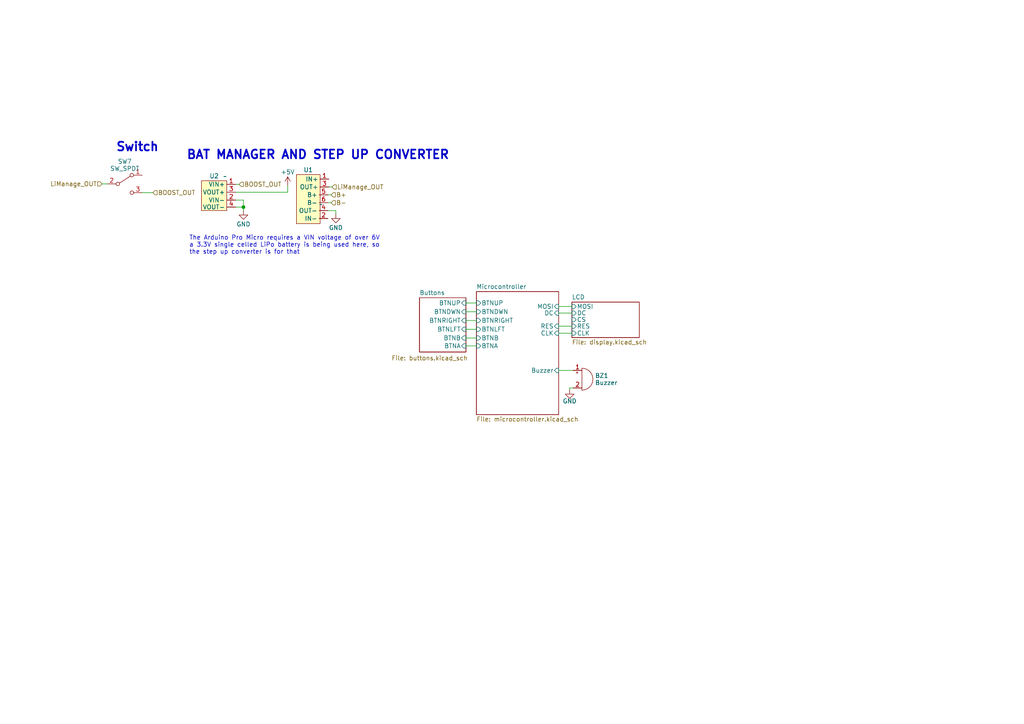
<source format=kicad_sch>
(kicad_sch (version 20230121) (generator eeschema)

  (uuid 9927462b-ab56-47d0-82d8-2b3054965792)

  (paper "A4")

  (lib_symbols
    (symbol "Device:Buzzer" (pin_names (offset 0.0254) hide) (in_bom yes) (on_board yes)
      (property "Reference" "BZ" (at 3.81 1.27 0)
        (effects (font (size 1.27 1.27)) (justify left))
      )
      (property "Value" "Buzzer" (at 3.81 -1.27 0)
        (effects (font (size 1.27 1.27)) (justify left))
      )
      (property "Footprint" "" (at -0.635 2.54 90)
        (effects (font (size 1.27 1.27)) hide)
      )
      (property "Datasheet" "~" (at -0.635 2.54 90)
        (effects (font (size 1.27 1.27)) hide)
      )
      (property "ki_keywords" "quartz resonator ceramic" (at 0 0 0)
        (effects (font (size 1.27 1.27)) hide)
      )
      (property "ki_description" "Buzzer, polarized" (at 0 0 0)
        (effects (font (size 1.27 1.27)) hide)
      )
      (property "ki_fp_filters" "*Buzzer*" (at 0 0 0)
        (effects (font (size 1.27 1.27)) hide)
      )
      (symbol "Buzzer_0_1"
        (arc (start 0 -3.175) (mid 3.1612 0) (end 0 3.175)
          (stroke (width 0) (type default))
          (fill (type none))
        )
        (polyline
          (pts
            (xy -1.651 1.905)
            (xy -1.143 1.905)
          )
          (stroke (width 0) (type default))
          (fill (type none))
        )
        (polyline
          (pts
            (xy -1.397 2.159)
            (xy -1.397 1.651)
          )
          (stroke (width 0) (type default))
          (fill (type none))
        )
        (polyline
          (pts
            (xy 0 3.175)
            (xy 0 -3.175)
          )
          (stroke (width 0) (type default))
          (fill (type none))
        )
      )
      (symbol "Buzzer_1_1"
        (pin passive line (at -2.54 2.54 0) (length 2.54)
          (name "-" (effects (font (size 1.27 1.27))))
          (number "1" (effects (font (size 1.27 1.27))))
        )
        (pin passive line (at -2.54 -2.54 0) (length 2.54)
          (name "+" (effects (font (size 1.27 1.27))))
          (number "2" (effects (font (size 1.27 1.27))))
        )
      )
    )
    (symbol "GameBoyArduino:MT3608" (in_bom yes) (on_board yes)
      (property "Reference" "U" (at 0 0 0)
        (effects (font (size 1.27 1.27)))
      )
      (property "Value" "" (at 0 0 0)
        (effects (font (size 1.27 1.27)))
      )
      (property "Footprint" "" (at 0 0 0)
        (effects (font (size 1.27 1.27)) hide)
      )
      (property "Datasheet" "" (at 0 0 0)
        (effects (font (size 1.27 1.27)) hide)
      )
      (symbol "MT3608_1_1"
        (rectangle (start -6.858 -1.27) (end 0.508 -9.906)
          (stroke (width 0) (type default))
          (fill (type background))
        )
        (pin input line (at 3.048 -2.286 180) (length 2.54)
          (name "VIN+" (effects (font (size 1.27 1.27))))
          (number "1" (effects (font (size 1.27 1.27))))
        )
        (pin input line (at 3.048 -6.858 180) (length 2.54)
          (name "VIN-" (effects (font (size 1.27 1.27))))
          (number "2" (effects (font (size 1.27 1.27))))
        )
        (pin input line (at 3.048 -4.572 180) (length 2.54)
          (name "VOUT+" (effects (font (size 1.27 1.27))))
          (number "3" (effects (font (size 1.27 1.27))))
        )
        (pin input line (at 3.048 -8.89 180) (length 2.54)
          (name "VOUT-" (effects (font (size 1.27 1.27))))
          (number "4" (effects (font (size 1.27 1.27))))
        )
      )
    )
    (symbol "GameBoyArduino:TP4056" (in_bom yes) (on_board yes)
      (property "Reference" "U" (at -3.048 10.668 0)
        (effects (font (size 1.27 1.27)))
      )
      (property "Value" "" (at 0 0 0)
        (effects (font (size 1.27 1.27)))
      )
      (property "Footprint" "" (at 0 0 0)
        (effects (font (size 1.27 1.27)) hide)
      )
      (property "Datasheet" "" (at 0 0 0)
        (effects (font (size 1.27 1.27)) hide)
      )
      (symbol "TP4056_1_1"
        (rectangle (start -7.112 8.636) (end -0.254 -5.588)
          (stroke (width 0) (type default))
          (fill (type background))
        )
        (pin input line (at 2.286 7.366 180) (length 2.54)
          (name "IN+" (effects (font (size 1.27 1.27))))
          (number "1" (effects (font (size 1.27 1.27))))
        )
        (pin input line (at 2.032 -4.064 180) (length 2.54)
          (name "IN-" (effects (font (size 1.27 1.27))))
          (number "2" (effects (font (size 1.27 1.27))))
        )
        (pin input line (at 2.286 5.08 180) (length 2.54)
          (name "OUT+" (effects (font (size 1.27 1.27))))
          (number "3" (effects (font (size 1.27 1.27))))
        )
        (pin input line (at 2.032 -1.778 180) (length 2.54)
          (name "OUT-" (effects (font (size 1.27 1.27))))
          (number "4" (effects (font (size 1.27 1.27))))
        )
        (pin input line (at 2.032 2.794 180) (length 2.54)
          (name "B+" (effects (font (size 1.27 1.27))))
          (number "5" (effects (font (size 1.27 1.27))))
        )
        (pin input line (at 2.032 0.508 180) (length 2.54)
          (name "B-" (effects (font (size 1.27 1.27))))
          (number "6" (effects (font (size 1.27 1.27))))
        )
      )
    )
    (symbol "Switch:SW_SPDT" (pin_names (offset 0) hide) (in_bom yes) (on_board yes)
      (property "Reference" "SW" (at 0 4.318 0)
        (effects (font (size 1.27 1.27)))
      )
      (property "Value" "SW_SPDT" (at 0 -5.08 0)
        (effects (font (size 1.27 1.27)))
      )
      (property "Footprint" "" (at 0 0 0)
        (effects (font (size 1.27 1.27)) hide)
      )
      (property "Datasheet" "~" (at 0 0 0)
        (effects (font (size 1.27 1.27)) hide)
      )
      (property "ki_keywords" "switch single-pole double-throw spdt ON-ON" (at 0 0 0)
        (effects (font (size 1.27 1.27)) hide)
      )
      (property "ki_description" "Switch, single pole double throw" (at 0 0 0)
        (effects (font (size 1.27 1.27)) hide)
      )
      (symbol "SW_SPDT_0_0"
        (circle (center -2.032 0) (radius 0.508)
          (stroke (width 0) (type default))
          (fill (type none))
        )
        (circle (center 2.032 -2.54) (radius 0.508)
          (stroke (width 0) (type default))
          (fill (type none))
        )
      )
      (symbol "SW_SPDT_0_1"
        (polyline
          (pts
            (xy -1.524 0.254)
            (xy 1.651 2.286)
          )
          (stroke (width 0) (type default))
          (fill (type none))
        )
        (circle (center 2.032 2.54) (radius 0.508)
          (stroke (width 0) (type default))
          (fill (type none))
        )
      )
      (symbol "SW_SPDT_1_1"
        (pin passive line (at 5.08 2.54 180) (length 2.54)
          (name "A" (effects (font (size 1.27 1.27))))
          (number "1" (effects (font (size 1.27 1.27))))
        )
        (pin passive line (at -5.08 0 0) (length 2.54)
          (name "B" (effects (font (size 1.27 1.27))))
          (number "2" (effects (font (size 1.27 1.27))))
        )
        (pin passive line (at 5.08 -2.54 180) (length 2.54)
          (name "C" (effects (font (size 1.27 1.27))))
          (number "3" (effects (font (size 1.27 1.27))))
        )
      )
    )
    (symbol "power:+5V" (power) (pin_names (offset 0)) (in_bom yes) (on_board yes)
      (property "Reference" "#PWR" (at 0 -3.81 0)
        (effects (font (size 1.27 1.27)) hide)
      )
      (property "Value" "+5V" (at 0 3.556 0)
        (effects (font (size 1.27 1.27)))
      )
      (property "Footprint" "" (at 0 0 0)
        (effects (font (size 1.27 1.27)) hide)
      )
      (property "Datasheet" "" (at 0 0 0)
        (effects (font (size 1.27 1.27)) hide)
      )
      (property "ki_keywords" "global power" (at 0 0 0)
        (effects (font (size 1.27 1.27)) hide)
      )
      (property "ki_description" "Power symbol creates a global label with name \"+5V\"" (at 0 0 0)
        (effects (font (size 1.27 1.27)) hide)
      )
      (symbol "+5V_0_1"
        (polyline
          (pts
            (xy -0.762 1.27)
            (xy 0 2.54)
          )
          (stroke (width 0) (type default))
          (fill (type none))
        )
        (polyline
          (pts
            (xy 0 0)
            (xy 0 2.54)
          )
          (stroke (width 0) (type default))
          (fill (type none))
        )
        (polyline
          (pts
            (xy 0 2.54)
            (xy 0.762 1.27)
          )
          (stroke (width 0) (type default))
          (fill (type none))
        )
      )
      (symbol "+5V_1_1"
        (pin power_in line (at 0 0 90) (length 0) hide
          (name "+5V" (effects (font (size 1.27 1.27))))
          (number "1" (effects (font (size 1.27 1.27))))
        )
      )
    )
    (symbol "power:GND" (power) (pin_names (offset 0)) (in_bom yes) (on_board yes)
      (property "Reference" "#PWR" (at 0 -6.35 0)
        (effects (font (size 1.27 1.27)) hide)
      )
      (property "Value" "GND" (at 0 -3.81 0)
        (effects (font (size 1.27 1.27)))
      )
      (property "Footprint" "" (at 0 0 0)
        (effects (font (size 1.27 1.27)) hide)
      )
      (property "Datasheet" "" (at 0 0 0)
        (effects (font (size 1.27 1.27)) hide)
      )
      (property "ki_keywords" "global power" (at 0 0 0)
        (effects (font (size 1.27 1.27)) hide)
      )
      (property "ki_description" "Power symbol creates a global label with name \"GND\" , ground" (at 0 0 0)
        (effects (font (size 1.27 1.27)) hide)
      )
      (symbol "GND_0_1"
        (polyline
          (pts
            (xy 0 0)
            (xy 0 -1.27)
            (xy 1.27 -1.27)
            (xy 0 -2.54)
            (xy -1.27 -1.27)
            (xy 0 -1.27)
          )
          (stroke (width 0) (type default))
          (fill (type none))
        )
      )
      (symbol "GND_1_1"
        (pin power_in line (at 0 0 270) (length 0) hide
          (name "GND" (effects (font (size 1.27 1.27))))
          (number "1" (effects (font (size 1.27 1.27))))
        )
      )
    )
  )

  (junction (at 70.612 60.071) (diameter 0) (color 0 0 0 0)
    (uuid 3c767b1e-0316-4349-bdc8-5451208d6598)
  )

  (wire (pts (xy 95.123 58.801) (xy 96.012 58.801))
    (stroke (width 0) (type default))
    (uuid 11a64386-0780-437b-8b64-8715a1a221e4)
  )
  (wire (pts (xy 83.439 55.753) (xy 68.326 55.753))
    (stroke (width 0) (type default))
    (uuid 16eea765-0cd1-4f7a-b973-7e7e3c10e2d9)
  )
  (wire (pts (xy 162.052 107.442) (xy 166.243 107.442))
    (stroke (width 0) (type default))
    (uuid 2273c9dd-7c59-44b2-89fb-e7bbc517b8aa)
  )
  (wire (pts (xy 31.115 53.34) (xy 29.591 53.34))
    (stroke (width 0) (type default))
    (uuid 24710857-2d62-4a4e-a8e6-46a00aedbbe9)
  )
  (wire (pts (xy 162.052 96.647) (xy 165.862 96.647))
    (stroke (width 0) (type default))
    (uuid 26478337-c004-4d03-a2d2-3f4af07e6a19)
  )
  (wire (pts (xy 70.612 58.039) (xy 68.326 58.039))
    (stroke (width 0) (type default))
    (uuid 289bb592-4b8f-4c69-bc46-8ea70419173a)
  )
  (wire (pts (xy 97.409 62.103) (xy 97.409 61.087))
    (stroke (width 0) (type default))
    (uuid 2e5c40b7-6217-4040-ad10-be2f9e2951bf)
  )
  (wire (pts (xy 70.612 60.071) (xy 68.326 60.071))
    (stroke (width 0) (type default))
    (uuid 3febc9d5-028d-4c36-b06d-4c9c7c75685f)
  )
  (wire (pts (xy 70.612 61.087) (xy 70.612 60.071))
    (stroke (width 0) (type default))
    (uuid 41d5d262-99df-4707-8499-a27e52050faf)
  )
  (wire (pts (xy 162.052 94.615) (xy 165.862 94.615))
    (stroke (width 0) (type default))
    (uuid 427e0101-e6ed-4d5b-ac11-262184f333d1)
  )
  (wire (pts (xy 165.227 112.522) (xy 166.243 112.522))
    (stroke (width 0) (type default))
    (uuid 4413b979-07db-48eb-ab54-9e9098977875)
  )
  (wire (pts (xy 135.128 95.504) (xy 138.176 95.504))
    (stroke (width 0) (type default))
    (uuid 56721812-2032-4426-8ee2-7db6a4d619b6)
  )
  (wire (pts (xy 135.128 98.044) (xy 138.176 98.044))
    (stroke (width 0) (type default))
    (uuid 76720e2d-f544-4f85-bb8d-31025f850cba)
  )
  (wire (pts (xy 165.227 113.03) (xy 165.227 112.522))
    (stroke (width 0) (type default))
    (uuid 8438110a-e40d-4942-86c9-a4ee20f35793)
  )
  (wire (pts (xy 135.128 90.424) (xy 138.176 90.424))
    (stroke (width 0) (type default))
    (uuid 84b4279c-dd4d-4ca5-bf35-4fc4f8affe81)
  )
  (wire (pts (xy 68.326 53.467) (xy 69.342 53.467))
    (stroke (width 0) (type default))
    (uuid 8660d6ae-ddcf-4b7d-bc6c-1bfe10607008)
  )
  (wire (pts (xy 135.128 100.33) (xy 138.176 100.33))
    (stroke (width 0) (type default))
    (uuid 8f003b98-c197-48bc-b8c6-0d7973f74d0e)
  )
  (wire (pts (xy 70.612 60.071) (xy 70.612 58.039))
    (stroke (width 0) (type default))
    (uuid 8f55c46e-c3b4-4de4-a77e-682a3edb138a)
  )
  (wire (pts (xy 95.377 54.229) (xy 96.266 54.229))
    (stroke (width 0) (type default))
    (uuid a43239ed-5fd2-41dd-8801-05ce28562637)
  )
  (wire (pts (xy 135.128 87.884) (xy 138.176 87.884))
    (stroke (width 0) (type default))
    (uuid b855ed73-2611-44d3-8d7e-7c8a7575359f)
  )
  (wire (pts (xy 44.323 55.88) (xy 41.275 55.88))
    (stroke (width 0) (type default))
    (uuid ba193115-e98c-4bb6-854d-732651c91275)
  )
  (wire (pts (xy 97.409 61.087) (xy 95.123 61.087))
    (stroke (width 0) (type default))
    (uuid be2759e3-cdf5-4685-a8fa-3f0ed32083d3)
  )
  (wire (pts (xy 135.128 92.964) (xy 138.176 92.964))
    (stroke (width 0) (type default))
    (uuid c9339680-39e1-4572-b0aa-086831725bc9)
  )
  (wire (pts (xy 162.052 88.9) (xy 165.862 88.9))
    (stroke (width 0) (type default))
    (uuid d05226db-ca01-425c-bdf2-b70a79266509)
  )
  (wire (pts (xy 83.439 53.848) (xy 83.439 55.753))
    (stroke (width 0) (type default))
    (uuid df21c654-cb00-43df-bcdb-123e35818d31)
  )
  (wire (pts (xy 95.123 56.515) (xy 96.012 56.515))
    (stroke (width 0) (type default))
    (uuid e1c81d68-22bc-4ef5-b45e-0165c6b924dd)
  )
  (wire (pts (xy 162.052 90.805) (xy 165.862 90.805))
    (stroke (width 0) (type default))
    (uuid ffefe713-8705-4164-9dac-0b0f4f2dc0c4)
  )

  (text "Switch" (at 33.528 44.196 0)
    (effects (font (size 2.5 2.5) (thickness 0.5) bold) (justify left bottom))
    (uuid 812a87d9-5e14-4e74-847c-b55a0e70a398)
  )
  (text "The Arduino Pro Micro requires a VIN voltage of over 6V\na 3.3V single celled LiPo battery is being used here, so\nthe step up converter is for that"
    (at 54.864 73.914 0)
    (effects (font (size 1.27 1.27)) (justify left bottom))
    (uuid 9a4b0e9c-c301-4294-9491-b1678bb74a2d)
  )
  (text "BAT MANAGER AND STEP UP CONVERTER\n" (at 53.975 46.482 0)
    (effects (font (size 2.5 2.5) (thickness 0.5) bold) (justify left bottom))
    (uuid db9ab692-bfb3-40bc-b7a7-430883e49ab3)
  )

  (hierarchical_label "LiManage_OUT" (shape input) (at 96.266 54.229 0) (fields_autoplaced)
    (effects (font (size 1.27 1.27)) (justify left))
    (uuid 5a052de5-4bfd-4fe1-a315-ab4880fcd7ba)
  )
  (hierarchical_label "BOOST_OUT" (shape input) (at 69.342 53.467 0) (fields_autoplaced)
    (effects (font (size 1.27 1.27)) (justify left))
    (uuid 5e8ade7c-4934-4778-a8ae-cdf96600f8d4)
  )
  (hierarchical_label "BOOST_OUT" (shape input) (at 44.323 55.88 0) (fields_autoplaced)
    (effects (font (size 1.27 1.27)) (justify left))
    (uuid 6dd77f18-3f4d-446a-859b-b87b4bd8032a)
  )
  (hierarchical_label "B-" (shape input) (at 96.012 58.801 0) (fields_autoplaced)
    (effects (font (size 1.27 1.27)) (justify left))
    (uuid 7388faee-09bd-4da2-a28f-1a04d1532586)
  )
  (hierarchical_label "B+" (shape input) (at 96.012 56.515 0) (fields_autoplaced)
    (effects (font (size 1.27 1.27)) (justify left))
    (uuid 9dffa801-052b-4bd8-b8af-83e1ee14e4b6)
  )
  (hierarchical_label "LiManage_OUT" (shape input) (at 29.591 53.34 180) (fields_autoplaced)
    (effects (font (size 1.27 1.27)) (justify right))
    (uuid bf915126-8a6a-4744-83af-a779d60791d0)
  )

  (symbol (lib_id "Switch:SW_SPDT") (at 36.195 53.34 0) (unit 1)
    (in_bom yes) (on_board yes) (dnp no) (fields_autoplaced)
    (uuid 155bffc3-2711-430e-848b-40c778393266)
    (property "Reference" "SW7" (at 36.195 46.839 0)
      (effects (font (size 1.27 1.27)))
    )
    (property "Value" "SW_SPDT" (at 36.195 48.887 0)
      (effects (font (size 1.27 1.27)))
    )
    (property "Footprint" "ArduinoGameboy:SW_MINI-SPDT-SW" (at 36.195 53.34 0)
      (effects (font (size 1.27 1.27)) hide)
    )
    (property "Datasheet" "~" (at 36.195 53.34 0)
      (effects (font (size 1.27 1.27)) hide)
    )
    (pin "1" (uuid 1f1b8a3c-ca8f-45b5-be05-6061333517fb))
    (pin "2" (uuid 85f690f8-034a-42a4-b6de-de2684f01012))
    (pin "3" (uuid 04106602-8a30-4d57-aa97-f205577814e6))
    (instances
      (project "GameBoy-Arduino"
        (path "/9927462b-ab56-47d0-82d8-2b3054965792"
          (reference "SW7") (unit 1)
        )
      )
    )
  )

  (symbol (lib_id "GameBoyArduino:MT3608") (at 65.278 51.181 0) (unit 1)
    (in_bom yes) (on_board yes) (dnp no) (fields_autoplaced)
    (uuid 2c9a96ff-d1dd-4d9a-be0b-339b4d104df5)
    (property "Reference" "U2" (at 62.103 51.046 0)
      (effects (font (size 1.27 1.27)))
    )
    (property "Value" "~" (at 65.278 51.181 0)
      (effects (font (size 1.27 1.27)))
    )
    (property "Footprint" "ArduinoGameboy:MT3608-Module" (at 65.278 51.181 0)
      (effects (font (size 1.27 1.27)) hide)
    )
    (property "Datasheet" "" (at 65.278 51.181 0)
      (effects (font (size 1.27 1.27)) hide)
    )
    (pin "1" (uuid 85c6f518-adde-4604-93f6-a005a338ac0e))
    (pin "2" (uuid 946f42d6-2441-427b-bef0-926ac1f02d28))
    (pin "3" (uuid e4bf80a5-248b-4f75-b38c-b5e4ef353af2))
    (pin "4" (uuid a670e8f3-8811-4eda-9860-811bbcc5fba7))
    (instances
      (project "GameBoy-Arduino"
        (path "/9927462b-ab56-47d0-82d8-2b3054965792"
          (reference "U2") (unit 1)
        )
      )
    )
  )

  (symbol (lib_id "power:GND") (at 97.409 62.103 0) (unit 1)
    (in_bom yes) (on_board yes) (dnp no) (fields_autoplaced)
    (uuid 35d07162-9958-4cd0-969d-33456d169a56)
    (property "Reference" "#PWR08" (at 97.409 68.453 0)
      (effects (font (size 1.27 1.27)) hide)
    )
    (property "Value" "GND" (at 97.409 66.048 0)
      (effects (font (size 1.27 1.27)))
    )
    (property "Footprint" "" (at 97.409 62.103 0)
      (effects (font (size 1.27 1.27)) hide)
    )
    (property "Datasheet" "" (at 97.409 62.103 0)
      (effects (font (size 1.27 1.27)) hide)
    )
    (pin "1" (uuid 7347c814-746f-48c5-ab31-35d6a916834e))
    (instances
      (project "GameBoy-Arduino"
        (path "/9927462b-ab56-47d0-82d8-2b3054965792"
          (reference "#PWR08") (unit 1)
        )
      )
    )
  )

  (symbol (lib_id "power:GND") (at 165.227 113.03 0) (unit 1)
    (in_bom yes) (on_board yes) (dnp no)
    (uuid 387dde1e-7f2f-4748-a4b8-9b276c52508e)
    (property "Reference" "#PWR019" (at 165.227 119.38 0)
      (effects (font (size 1.27 1.27)) hide)
    )
    (property "Value" "GND" (at 165.227 116.332 0)
      (effects (font (size 1.27 1.27)))
    )
    (property "Footprint" "" (at 165.227 113.03 0)
      (effects (font (size 1.27 1.27)) hide)
    )
    (property "Datasheet" "" (at 165.227 113.03 0)
      (effects (font (size 1.27 1.27)) hide)
    )
    (pin "1" (uuid 04d5fadf-dbf9-4886-b946-3c9967a3a4fd))
    (instances
      (project "GameBoy-Arduino"
        (path "/9927462b-ab56-47d0-82d8-2b3054965792"
          (reference "#PWR019") (unit 1)
        )
      )
    )
  )

  (symbol (lib_id "GameBoyArduino:TP4056") (at 93.091 59.309 0) (unit 1)
    (in_bom yes) (on_board yes) (dnp no) (fields_autoplaced)
    (uuid 578a4a8f-348c-4316-b982-d4852e39ea6f)
    (property "Reference" "U1" (at 89.408 49.268 0)
      (effects (font (size 1.27 1.27)))
    )
    (property "Value" "~" (at 93.091 59.309 0)
      (effects (font (size 1.27 1.27)))
    )
    (property "Footprint" "TFACr2-parts:TP4056-18650" (at 93.091 59.309 0)
      (effects (font (size 1.27 1.27)) hide)
    )
    (property "Datasheet" "" (at 93.091 59.309 0)
      (effects (font (size 1.27 1.27)) hide)
    )
    (pin "1" (uuid 2ea8a4cb-f141-4b01-89c4-b6bb4bb36197))
    (pin "2" (uuid e4869bac-9f62-4087-807b-846b10f52520))
    (pin "3" (uuid f27ee272-bddd-4ceb-bfdb-25eecd3cf3be))
    (pin "4" (uuid 2503ec19-cc55-471e-a61b-d657bec5ab50))
    (pin "5" (uuid ccef9543-532d-4d69-8afc-ee21aaace8da))
    (pin "6" (uuid 76995720-2e9f-4ef6-a1f3-c2e26846440c))
    (instances
      (project "GameBoy-Arduino"
        (path "/9927462b-ab56-47d0-82d8-2b3054965792"
          (reference "U1") (unit 1)
        )
      )
    )
  )

  (symbol (lib_id "power:+5V") (at 83.439 53.848 0) (unit 1)
    (in_bom yes) (on_board yes) (dnp no) (fields_autoplaced)
    (uuid b0decfcf-d6ba-4bba-8de4-7605ffe1adff)
    (property "Reference" "#PWR018" (at 83.439 57.658 0)
      (effects (font (size 1.27 1.27)) hide)
    )
    (property "Value" "+5V" (at 83.439 49.903 0)
      (effects (font (size 1.27 1.27)))
    )
    (property "Footprint" "" (at 83.439 53.848 0)
      (effects (font (size 1.27 1.27)) hide)
    )
    (property "Datasheet" "" (at 83.439 53.848 0)
      (effects (font (size 1.27 1.27)) hide)
    )
    (pin "1" (uuid a98a2fd1-278c-4ffd-bcb7-adf518bca99c))
    (instances
      (project "GameBoy-Arduino"
        (path "/9927462b-ab56-47d0-82d8-2b3054965792"
          (reference "#PWR018") (unit 1)
        )
      )
    )
  )

  (symbol (lib_id "Device:Buzzer") (at 168.783 109.982 0) (unit 1)
    (in_bom yes) (on_board yes) (dnp no) (fields_autoplaced)
    (uuid c81930c8-28d1-446c-a013-e81f8fe2c674)
    (property "Reference" "BZ1" (at 172.5792 108.958 0)
      (effects (font (size 1.27 1.27)) (justify left))
    )
    (property "Value" "Buzzer" (at 172.5792 111.006 0)
      (effects (font (size 1.27 1.27)) (justify left))
    )
    (property "Footprint" "promicro:ProMicro-EnforcedTop" (at 168.148 107.442 90)
      (effects (font (size 1.27 1.27)) hide)
    )
    (property "Datasheet" "~" (at 168.148 107.442 90)
      (effects (font (size 1.27 1.27)) hide)
    )
    (pin "1" (uuid 2543a356-5790-4b9d-a4cf-254991267beb))
    (pin "2" (uuid ab4c1910-a72f-4f0b-9e22-e4218d546362))
    (instances
      (project "GameBoy-Arduino"
        (path "/9927462b-ab56-47d0-82d8-2b3054965792"
          (reference "BZ1") (unit 1)
        )
      )
    )
  )

  (symbol (lib_id "power:GND") (at 70.612 61.087 0) (unit 1)
    (in_bom yes) (on_board yes) (dnp no) (fields_autoplaced)
    (uuid eefb08da-77de-4bac-a984-41c520d263c5)
    (property "Reference" "#PWR09" (at 70.612 67.437 0)
      (effects (font (size 1.27 1.27)) hide)
    )
    (property "Value" "GND" (at 70.612 65.032 0)
      (effects (font (size 1.27 1.27)))
    )
    (property "Footprint" "" (at 70.612 61.087 0)
      (effects (font (size 1.27 1.27)) hide)
    )
    (property "Datasheet" "" (at 70.612 61.087 0)
      (effects (font (size 1.27 1.27)) hide)
    )
    (pin "1" (uuid 687277e6-4a48-49a6-8e1f-25e3d3c07f30))
    (instances
      (project "GameBoy-Arduino"
        (path "/9927462b-ab56-47d0-82d8-2b3054965792"
          (reference "#PWR09") (unit 1)
        )
      )
    )
  )

  (sheet (at 138.176 84.582) (size 23.876 35.687) (fields_autoplaced)
    (stroke (width 0.1524) (type solid))
    (fill (color 0 0 0 0.0000))
    (uuid 33198192-cf8f-44d6-a9c8-48ccef2968d5)
    (property "Sheetname" "Microcontroller" (at 138.176 83.8704 0)
      (effects (font (size 1.27 1.27)) (justify left bottom))
    )
    (property "Sheetfile" "microcontroller.kicad_sch" (at 138.176 120.8536 0)
      (effects (font (size 1.27 1.27)) (justify left top))
    )
    (pin "MOSI" input (at 162.052 88.9 0)
      (effects (font (size 1.27 1.27)) (justify right))
      (uuid f3cb3f86-a102-4ff0-80b6-45ee87dd1cd1)
    )
    (pin "BTNUP" input (at 138.176 87.884 180)
      (effects (font (size 1.27 1.27)) (justify left))
      (uuid b80bce01-2b25-4440-bb9d-d48fa1cef0d1)
    )
    (pin "BTNLFT" input (at 138.176 95.504 180)
      (effects (font (size 1.27 1.27)) (justify left))
      (uuid ec9d5ce4-d46b-4a7c-b99c-88e2fb0289e1)
    )
    (pin "BTNDWN" input (at 138.176 90.424 180)
      (effects (font (size 1.27 1.27)) (justify left))
      (uuid f340bee6-94a4-4b34-9c71-ffc100cd33b8)
    )
    (pin "BTNRIGHT" input (at 138.176 92.964 180)
      (effects (font (size 1.27 1.27)) (justify left))
      (uuid 2383fc91-2408-4248-9448-d9afa7a6187c)
    )
    (pin "BTNB" input (at 138.176 98.044 180)
      (effects (font (size 1.27 1.27)) (justify left))
      (uuid 17e045dc-2fce-4e61-8291-f35ac39ddde1)
    )
    (pin "BTNA" input (at 138.176 100.33 180)
      (effects (font (size 1.27 1.27)) (justify left))
      (uuid 14d54838-fd0c-4163-acd0-d72cd506e34c)
    )
    (pin "Buzzer" input (at 162.052 107.442 0)
      (effects (font (size 1.27 1.27)) (justify right))
      (uuid eb529564-613b-4e3a-829c-7d88978413f7)
    )
    (pin "CLK" input (at 162.052 96.647 0)
      (effects (font (size 1.27 1.27)) (justify right))
      (uuid 83a1b915-eb34-4d27-9dbc-3b7c6b05ff97)
    )
    (pin "DC" input (at 162.052 90.805 0)
      (effects (font (size 1.27 1.27)) (justify right))
      (uuid 2b2580a3-d1d3-48fd-96ca-9da2b9a0dcd8)
    )
    (pin "RES" input (at 162.052 94.615 0)
      (effects (font (size 1.27 1.27)) (justify right))
      (uuid 4bb66ea8-81a1-40e4-89a4-164b28f96439)
    )
    (instances
      (project "GameBoy-Arduino"
        (path "/9927462b-ab56-47d0-82d8-2b3054965792" (page "2"))
      )
    )
  )

  (sheet (at 165.862 87.63) (size 19.558 10.287) (fields_autoplaced)
    (stroke (width 0.1524) (type solid))
    (fill (color 0 0 0 0.0000))
    (uuid 9cdbee4f-decf-45cf-a57b-9afc5e2f624b)
    (property "Sheetname" "LCD" (at 165.862 86.9184 0)
      (effects (font (size 1.27 1.27)) (justify left bottom))
    )
    (property "Sheetfile" "display.kicad_sch" (at 165.862 98.5016 0)
      (effects (font (size 1.27 1.27)) (justify left top))
    )
    (pin "MOSI" input (at 165.862 88.9 180)
      (effects (font (size 1.27 1.27)) (justify left))
      (uuid 9e5dbca4-f4c2-474b-a484-e54d36cb251d)
    )
    (pin "DC" input (at 165.862 90.805 180)
      (effects (font (size 1.27 1.27)) (justify left))
      (uuid ea318ab1-294a-44ec-98fd-4b489e2f94e5)
    )
    (pin "CS" input (at 165.862 92.71 180)
      (effects (font (size 1.27 1.27)) (justify left))
      (uuid 8fbea04a-753a-4635-9be2-6e77055737f5)
    )
    (pin "RES" input (at 165.862 94.615 180)
      (effects (font (size 1.27 1.27)) (justify left))
      (uuid b6a7dbe3-13d1-4e7b-a647-018d83618183)
    )
    (pin "CLK" input (at 165.862 96.647 180)
      (effects (font (size 1.27 1.27)) (justify left))
      (uuid 2cc24d7c-c002-4097-a6a7-866e65f83622)
    )
    (instances
      (project "GameBoy-Arduino"
        (path "/9927462b-ab56-47d0-82d8-2b3054965792" (page "3"))
      )
    )
  )

  (sheet (at 121.666 86.36) (size 13.462 15.748)
    (stroke (width 0.1524) (type solid))
    (fill (color 0 0 0 0.0000))
    (uuid b6a9cbc4-8a7c-47f1-8a3b-815459eb3cc6)
    (property "Sheetname" "Buttons" (at 121.666 85.6484 0)
      (effects (font (size 1.27 1.27)) (justify left bottom))
    )
    (property "Sheetfile" "buttons.kicad_sch" (at 113.538 103.124 0)
      (effects (font (size 1.27 1.27)) (justify left top))
    )
    (pin "BTNB" input (at 135.128 98.044 0)
      (effects (font (size 1.27 1.27)) (justify right))
      (uuid 915c358b-be0f-4523-ba3f-6612cc3d310f)
    )
    (pin "BTNLFT" input (at 135.128 95.504 0)
      (effects (font (size 1.27 1.27)) (justify right))
      (uuid 11caf2ca-5e80-4a4b-8f0e-d793e7b2d026)
    )
    (pin "BTNRIGHT" input (at 135.128 92.964 0)
      (effects (font (size 1.27 1.27)) (justify right))
      (uuid 592d7658-b629-49ff-ac3b-102540b14529)
    )
    (pin "BTNUP" input (at 135.128 87.884 0)
      (effects (font (size 1.27 1.27)) (justify right))
      (uuid 931a60e1-64c5-41c3-a2e6-ba11a7f5e65e)
    )
    (pin "BTNA" input (at 135.128 100.33 0)
      (effects (font (size 1.27 1.27)) (justify right))
      (uuid b4c12cc7-edef-4566-b4f9-25ff933a0c29)
    )
    (pin "BTNDWN" input (at 135.128 90.424 0)
      (effects (font (size 1.27 1.27)) (justify right))
      (uuid 9b068a50-5b5d-4eaa-825e-6c396caa7abc)
    )
    (instances
      (project "GameBoy-Arduino"
        (path "/9927462b-ab56-47d0-82d8-2b3054965792" (page "5"))
      )
    )
  )

  (sheet_instances
    (path "/" (page "1"))
  )
)

</source>
